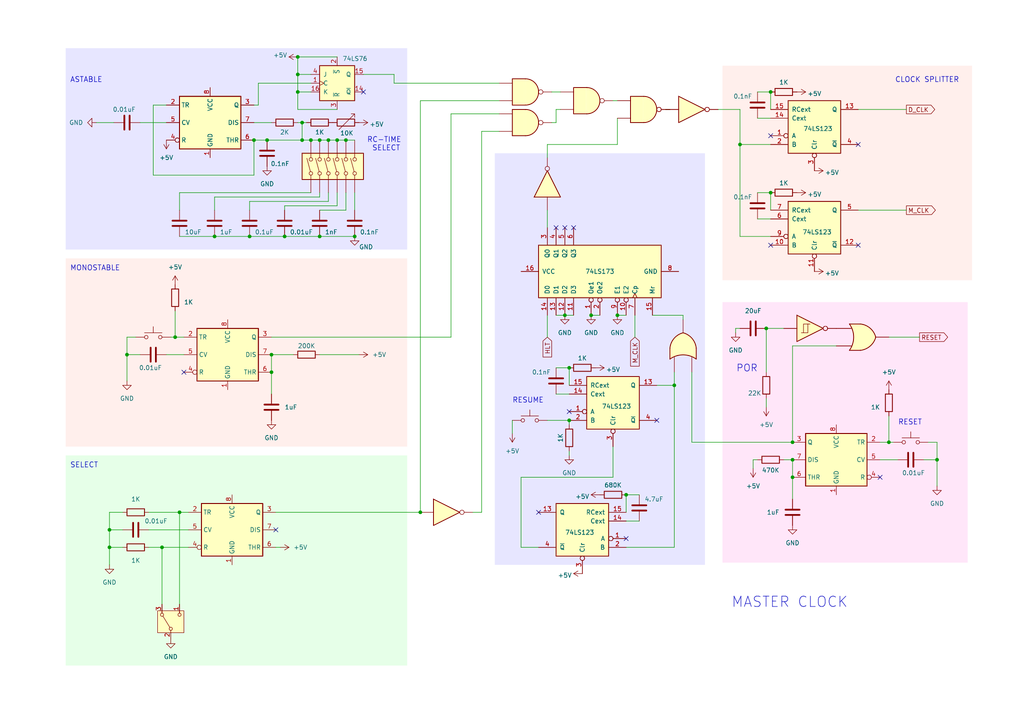
<source format=kicad_sch>
(kicad_sch (version 20231120) (generator "eeschema") (generator_version "8.0")
  (paper "A4")
  (title_block (date "2025") (rev "1") (company "J. Heit"))
  (junction (at 86.36 26.67))
  (junction (at 50.8 97.79))
  (junction (at 100.33 40.64))
  (junction (at 82.55 68.58))
  (junction (at 90.17 40.64))
  (junction (at 181.61 143.51))
  (junction (at 87.63 35.56))
  (junction (at 87.63 40.64))
  (junction (at 165.1 106.68))
  (junction (at 72.39 68.58))
  (junction (at 195.58 111.76))
  (junction (at 214.63 41.91))
  (junction (at 223.52 55.88))
  (junction (at 78.74 107.95))
  (junction (at 171.45 91.44))
  (junction (at 86.36 21.59))
  (junction (at 179.07 91.44))
  (junction (at 92.71 68.58))
  (junction (at 78.74 102.87))
  (junction (at 97.79 40.64))
  (junction (at 77.47 40.64))
  (junction (at 229.87 138.43))
  (junction (at 86.36 16.51))
  (junction (at 229.87 128.27))
  (junction (at 73.66 40.64))
  (junction (at 229.87 133.35))
  (junction (at 46.99 158.75))
  (junction (at 36.83 102.87))
  (junction (at 52.07 148.59))
  (junction (at 163.83 91.44))
  (junction (at 271.78 133.35))
  (junction (at 257.81 128.27))
  (junction (at 62.23 68.58))
  (junction (at 121.92 148.59))
  (junction (at 31.75 153.67))
  (junction (at 92.71 40.64))
  (junction (at 165.1 121.92))
  (junction (at 222.25 95.25))
  (junction (at 102.87 68.58))
  (junction (at 31.75 158.75))
  (junction (at 223.52 26.67))
  (junction (at 95.25 40.64))
  (no_connect (at 255.27 138.43))
  (no_connect (at 165.1 119.38))
  (no_connect (at 105.41 26.67))
  (no_connect (at 156.21 148.59))
  (no_connect (at 223.52 39.37))
  (no_connect (at 248.92 41.91))
  (no_connect (at 190.5 121.92))
  (no_connect (at 163.83 66.04))
  (no_connect (at 166.37 66.04))
  (no_connect (at 161.29 66.04))
  (no_connect (at 223.52 71.12))
  (no_connect (at 53.34 107.95))
  (no_connect (at 248.92 71.12))
  (no_connect (at 80.01 153.67))
  (no_connect (at 181.61 156.21))
  (wire (pts (xy 200.66 128.27) (xy 229.87 128.27)))
  (wire (pts (xy 52.07 148.59) (xy 54.61 148.59)))
  (wire (pts (xy 86.36 26.67) (xy 86.36 21.59)))
  (wire (pts (xy 104.14 102.87) (xy 92.71 102.87)))
  (wire (pts (xy 97.79 59.69) (xy 82.55 59.69)))
  (wire (pts (xy 165.1 121.92) (xy 165.1 123.19)))
  (wire (pts (xy 198.12 91.44) (xy 189.23 91.44)))
  (wire (pts (xy 78.74 102.87) (xy 78.74 107.95)))
  (wire (pts (xy 52.07 55.88) (xy 52.07 60.96)))
  (wire (pts (xy 121.92 29.21) (xy 121.92 148.59)))
  (wire (pts (xy 35.56 148.59) (xy 31.75 148.59)))
  (wire (pts (xy 74.93 24.13) (xy 90.17 24.13)))
  (wire (pts (xy 257.81 97.79) (xy 266.7 97.79)))
  (wire (pts (xy 95.25 58.42) (xy 72.39 58.42)))
  (wire (pts (xy 219.71 34.29) (xy 223.52 34.29)))
  (wire (pts (xy 62.23 68.58) (xy 72.39 68.58)))
  (wire (pts (xy 185.42 143.51) (xy 181.61 143.51)))
  (wire (pts (xy 271.78 128.27) (xy 271.78 133.35)))
  (wire (pts (xy 72.39 58.42) (xy 72.39 60.96)))
  (wire (pts (xy 50.8 90.17) (xy 50.8 97.79)))
  (wire (pts (xy 213.36 95.25) (xy 213.36 96.52)))
  (wire (pts (xy 194.31 31.75) (xy 193.04 31.75)))
  (wire (pts (xy 165.1 132.08) (xy 165.1 130.81)))
  (wire (pts (xy 86.36 21.59) (xy 90.17 21.59)))
  (wire (pts (xy 50.8 97.79) (xy 53.34 97.79)))
  (wire (pts (xy 90.17 55.88) (xy 52.07 55.88)))
  (wire (pts (xy 31.75 158.75) (xy 31.75 163.83)))
  (wire (pts (xy 184.15 91.44) (xy 184.15 97.79)))
  (wire (pts (xy 229.87 138.43) (xy 229.87 144.78)))
  (wire (pts (xy 218.44 135.89) (xy 218.44 133.35)))
  (wire (pts (xy 114.3 24.13) (xy 144.78 24.13)))
  (wire (pts (xy 214.63 31.75) (xy 214.63 41.91)))
  (wire (pts (xy 31.75 158.75) (xy 35.56 158.75)))
  (wire (pts (xy 156.21 158.75) (xy 151.13 158.75)))
  (wire (pts (xy 161.29 91.44) (xy 163.83 91.44)))
  (wire (pts (xy 208.28 31.75) (xy 214.63 31.75)))
  (wire (pts (xy 62.23 57.15) (xy 62.23 60.96)))
  (wire (pts (xy 86.36 26.67) (xy 90.17 26.67)))
  (wire (pts (xy 148.59 121.92) (xy 148.59 125.73)))
  (wire (pts (xy 48.26 30.48) (xy 44.45 30.48)))
  (wire (pts (xy 86.36 21.59) (xy 86.36 16.51)))
  (wire (pts (xy 82.55 68.58) (xy 92.71 68.58)))
  (wire (pts (xy 92.71 55.88) (xy 92.71 57.15)))
  (wire (pts (xy 92.71 68.58) (xy 102.87 68.58)))
  (wire (pts (xy 163.83 91.44) (xy 166.37 91.44)))
  (wire (pts (xy 97.79 55.88) (xy 97.79 59.69)))
  (wire (pts (xy 90.17 40.64) (xy 92.71 40.64)))
  (wire (pts (xy 190.5 111.76) (xy 195.58 111.76)))
  (wire (pts (xy 78.74 102.87) (xy 85.09 102.87)))
  (wire (pts (xy 214.63 95.25) (xy 213.36 95.25)))
  (wire (pts (xy 257.81 128.27) (xy 259.08 128.27)))
  (wire (pts (xy 74.93 30.48) (xy 74.93 24.13)))
  (wire (pts (xy 50.8 97.79) (xy 49.53 97.79)))
  (wire (pts (xy 43.18 148.59) (xy 52.07 148.59)))
  (wire (pts (xy 158.75 60.96) (xy 158.75 66.04)))
  (wire (pts (xy 31.75 153.67) (xy 31.75 158.75)))
  (wire (pts (xy 195.58 158.75) (xy 181.61 158.75)))
  (wire (pts (xy 181.61 143.51) (xy 181.61 148.59)))
  (wire (pts (xy 87.63 40.64) (xy 90.17 40.64)))
  (wire (pts (xy 73.66 35.56) (xy 78.74 35.56)))
  (wire (pts (xy 44.45 30.48) (xy 44.45 50.8)))
  (wire (pts (xy 248.92 31.75) (xy 262.89 31.75)))
  (wire (pts (xy 158.75 91.44) (xy 158.75 97.79)))
  (wire (pts (xy 43.18 158.75) (xy 46.99 158.75)))
  (wire (pts (xy 222.25 95.25) (xy 222.25 107.95)))
  (wire (pts (xy 248.92 60.96) (xy 262.89 60.96)))
  (wire (pts (xy 198.12 92.71) (xy 198.12 91.44)))
  (wire (pts (xy 82.55 59.69) (xy 82.55 60.96)))
  (wire (pts (xy 260.35 133.35) (xy 255.27 133.35)))
  (wire (pts (xy 257.81 128.27) (xy 255.27 128.27)))
  (wire (pts (xy 229.87 133.35) (xy 229.87 138.43)))
  (wire (pts (xy 97.79 31.75) (xy 86.36 31.75)))
  (wire (pts (xy 105.41 21.59) (xy 114.3 21.59)))
  (wire (pts (xy 86.36 16.51) (xy 97.79 16.51)))
  (wire (pts (xy 171.45 91.44) (xy 173.99 91.44)))
  (wire (pts (xy 100.33 40.64) (xy 102.87 40.64)))
  (wire (pts (xy 78.74 107.95) (xy 78.74 114.3)))
  (wire (pts (xy 73.66 30.48) (xy 74.93 30.48)))
  (wire (pts (xy 219.71 63.5) (xy 223.52 63.5)))
  (wire (pts (xy 222.25 115.57) (xy 222.25 118.11)))
  (wire (pts (xy 81.28 158.75) (xy 80.01 158.75)))
  (wire (pts (xy 271.78 128.27) (xy 269.24 128.27)))
  (wire (pts (xy 27.94 35.56) (xy 33.02 35.56)))
  (wire (pts (xy 160.02 26.67) (xy 162.56 26.67)))
  (wire (pts (xy 223.52 55.88) (xy 223.52 60.96)))
  (wire (pts (xy 43.18 153.67) (xy 54.61 153.67)))
  (wire (pts (xy 130.81 33.02) (xy 144.78 33.02)))
  (wire (pts (xy 229.87 133.35) (xy 227.33 133.35)))
  (wire (pts (xy 139.7 38.1) (xy 144.78 38.1)))
  (wire (pts (xy 151.13 158.75) (xy 151.13 138.43)))
  (wire (pts (xy 271.78 133.35) (xy 271.78 140.97)))
  (wire (pts (xy 95.25 55.88) (xy 95.25 58.42)))
  (wire (pts (xy 100.33 60.96) (xy 92.71 60.96)))
  (wire (pts (xy 114.3 21.59) (xy 114.3 24.13)))
  (wire (pts (xy 214.63 41.91) (xy 214.63 68.58)))
  (wire (pts (xy 86.36 31.75) (xy 86.36 26.67)))
  (wire (pts (xy 73.66 40.64) (xy 73.66 50.8)))
  (wire (pts (xy 158.75 45.72) (xy 158.75 41.91)))
  (wire (pts (xy 130.81 97.79) (xy 130.81 33.02)))
  (wire (pts (xy 72.39 68.58) (xy 82.55 68.58)))
  (wire (pts (xy 31.75 153.67) (xy 35.56 153.67)))
  (wire (pts (xy 165.1 106.68) (xy 165.1 111.76)))
  (wire (pts (xy 177.8 29.21) (xy 179.07 29.21)))
  (wire (pts (xy 177.8 138.43) (xy 177.8 129.54)))
  (wire (pts (xy 223.52 26.67) (xy 223.52 31.75)))
  (wire (pts (xy 195.58 107.95) (xy 195.58 111.76)))
  (wire (pts (xy 77.47 40.64) (xy 87.63 40.64)))
  (wire (pts (xy 102.87 55.88) (xy 102.87 60.96)))
  (wire (pts (xy 195.58 111.76) (xy 195.58 158.75)))
  (wire (pts (xy 87.63 35.56) (xy 88.9 35.56)))
  (wire (pts (xy 36.83 102.87) (xy 40.64 102.87)))
  (wire (pts (xy 271.78 133.35) (xy 267.97 133.35)))
  (wire (pts (xy 219.71 26.67) (xy 223.52 26.67)))
  (wire (pts (xy 36.83 97.79) (xy 39.37 97.79)))
  (wire (pts (xy 257.81 120.65) (xy 257.81 128.27)))
  (wire (pts (xy 161.29 106.68) (xy 165.1 106.68)))
  (wire (pts (xy 46.99 175.26) (xy 46.99 158.75)))
  (wire (pts (xy 214.63 41.91) (xy 223.52 41.91)))
  (wire (pts (xy 44.45 50.8) (xy 73.66 50.8)))
  (wire (pts (xy 36.83 97.79) (xy 36.83 102.87)))
  (wire (pts (xy 158.75 121.92) (xy 165.1 121.92)))
  (wire (pts (xy 139.7 148.59) (xy 139.7 38.1)))
  (wire (pts (xy 229.87 128.27) (xy 229.87 100.33)))
  (wire (pts (xy 92.71 57.15) (xy 62.23 57.15)))
  (wire (pts (xy 160.02 35.56) (xy 161.29 35.56)))
  (wire (pts (xy 161.29 114.3) (xy 165.1 114.3)))
  (wire (pts (xy 121.92 29.21) (xy 144.78 29.21)))
  (wire (pts (xy 161.29 31.75) (xy 161.29 35.56)))
  (wire (pts (xy 95.25 40.64) (xy 97.79 40.64)))
  (wire (pts (xy 179.07 41.91) (xy 179.07 34.29)))
  (wire (pts (xy 73.66 40.64) (xy 77.47 40.64)))
  (wire (pts (xy 31.75 148.59) (xy 31.75 153.67)))
  (wire (pts (xy 100.33 55.88) (xy 100.33 60.96)))
  (wire (pts (xy 229.87 100.33) (xy 242.57 100.33)))
  (wire (pts (xy 218.44 133.35) (xy 219.71 133.35)))
  (wire (pts (xy 185.42 151.13) (xy 181.61 151.13)))
  (wire (pts (xy 222.25 95.25) (xy 227.33 95.25)))
  (wire (pts (xy 158.75 41.91) (xy 179.07 41.91)))
  (wire (pts (xy 78.74 97.79) (xy 130.81 97.79)))
  (wire (pts (xy 179.07 91.44) (xy 181.61 91.44)))
  (wire (pts (xy 219.71 55.88) (xy 223.52 55.88)))
  (wire (pts (xy 92.71 40.64) (xy 95.25 40.64)))
  (wire (pts (xy 86.36 35.56) (xy 87.63 35.56)))
  (wire (pts (xy 139.7 148.59) (xy 137.16 148.59)))
  (wire (pts (xy 161.29 31.75) (xy 162.56 31.75)))
  (wire (pts (xy 200.66 107.95) (xy 200.66 128.27)))
  (wire (pts (xy 151.13 138.43) (xy 177.8 138.43)))
  (wire (pts (xy 48.26 102.87) (xy 53.34 102.87)))
  (wire (pts (xy 52.07 148.59) (xy 52.07 175.26)))
  (wire (pts (xy 87.63 40.64) (xy 87.63 35.56)))
  (wire (pts (xy 97.79 40.64) (xy 100.33 40.64)))
  (wire (pts (xy 36.83 102.87) (xy 36.83 110.49)))
  (wire (pts (xy 80.01 148.59) (xy 121.92 148.59)))
  (wire (pts (xy 214.63 68.58) (xy 223.52 68.58)))
  (wire (pts (xy 40.64 35.56) (xy 48.26 35.56)))
  (wire (pts (xy 46.99 158.75) (xy 54.61 158.75)))
  (wire (pts (xy 52.07 68.58) (xy 62.23 68.58)))
  (rectangle (start 19.05 13.97) (end 118.11 72.39) (stroke (width -0.0001)) (fill (type color) (color 10 0 255 0.1)))
  (rectangle (start 143.51 44.45) (end 204.47 163.83) (stroke (width -0.0001)) (fill (type color) (color 10 0 255 0.1)))
  (rectangle (start 19.05 74.93) (end 118.11 129.54) (stroke (width -0.0001)) (fill (type color) (color 255 97 63 0.1)))
  (rectangle (start 209.55 87.63) (end 280.67 163.195) (stroke (width -0.0001)) (fill (type color) (color 255 0 191 0.1)))
  (rectangle (start 19.05 132.08) (end 118.11 193.04) (stroke (width -0.0001)) (fill (type color) (color 5 255 28 0.1)))
  (rectangle (start 209.55 19.05) (end 281.94 81.28) (stroke (width -0.0001)) (fill (type color) (color 255 97 63 0.1)))
  (text "RC-TIME \nSELECT" (at 112.014 43.942 0) (effects (font (size 1.5 1.5)) (justify bottom)))
  (text "ASTABLE" (at 20.32 24.13 0) (effects (font (size 1.5 1.5)) (justify left bottom)))
  (text "MASTER CLOCK" (at 212.09 176.53 0) (effects (font (size 3 3)) (justify left bottom)))
  (text "MONOSTABLE" (at 20.32 78.74 0) (effects (font (size 1.5 1.5)) (justify left bottom)))
  (text "POR" (at 216.662 106.934 0) (effects (font (size 2 2))))
  (text "CLOCK SPLITTER" (at 259.588 24.13 0) (effects (font (size 1.5 1.5)) (justify left bottom)))
  (text "RESUME" (at 157.734 117.094 0) (effects (font (size 1.5 1.5)) (justify right bottom)))
  (text "RESET" (at 267.462 123.444 0) (effects (font (size 1.5 1.5)) (justify right bottom)))
  (text "SELECT" (at 20.32 135.89 0) (effects (font (size 1.5 1.5)) (justify left bottom)))
  (global_label "M_CLK" (shape output) (at 262.89 60.96 0) (property "Intersheetrefs" "${INTERSHEET_REFS}" (effects (hide yes))))
  (global_label "HLT" (shape input) (at 158.75 97.79 270) (property "Intersheetrefs" "${INTERSHEET_REFS}" (effects (hide yes))))
  (global_label "D_CLK" (shape output) (at 262.89 31.75 0) (property "Intersheetrefs" "${INTERSHEET_REFS}" (effects (hide yes))))
  (global_label "M_CLK" (shape input) (at 184.15 97.79 270) (property "Intersheetrefs" "${INTERSHEET_REFS}" (effects (hide yes))))
  (global_label "RESET" (shape output) (at 266.7 97.79 0) (property "Intersheetrefs" "${INTERSHEET_REFS}" (effects (hide yes))))
  (symbol (lib_id "Switch:SW_Nidec_CAS-120A1") (at 49.53 180.34 90) (unit 1)
    (property "Reference" "SW2" (effects (hide yes)))
    (property "Value" "SW_Nidec_CAS-120A1" (effects (hide yes)))
    (property "Footprint" "Button_Switch_SMD:Nidec_Copal_CAS-120A" (effects (hide yes)))
    (property "Datasheet" "https://www.nidec-components.com/e/catalog/switch/cas.pdf" (effects (hide yes)))
  )
  (symbol (lib_id "power:GND") (at 49.53 185.42 0) (unit 1)
    (property "Reference" "#PWR06" (effects (hide yes)))
    (property "Value" "GND" (at 49.53 190.5 0))
  )
  (symbol (lib_id "power:+5V") (at 50.8 82.55 0) (unit 1)
    (property "Reference" "#PWR05" (effects (hide yes)))
    (property "Value" "+5V" (at 50.8 77.47 0))
  )
  (symbol (lib_id "power:+5V") (at 86.36 16.51 90) (unit 1)
    (property "Reference" "#PWR028" (effects (hide yes)))
    (property "Value" "+5V" (at 83.312 16.002 90) (effects (justify left)))
  )
  (symbol (lib_id "74xx:74LS173") (at 173.99 78.74 90) (unit 1)
    (property "Reference" "U11" (effects (hide yes)))
    (property "Value" "74LS173" (at 173.99 78.74 90))
    (property "Datasheet" "http://www.ti.com/lit/gpn/sn74LS173" (effects (hide yes)))
  )
  (symbol (lib_id "Device:C") (at 219.71 30.48 180) (unit 1)
    (property "Reference" "C14" (effects (hide yes)))
    (property "Value" "0.1nF" (at 218.186 27.94 0) (effects (justify left)))
    (property "Description" "Unpolarized capacitor" (effects (hide yes)))
  )
  (symbol (lib_id "power:+5V") (at 81.28 158.75 270) (unit 1)
    (property "Reference" "#PWR011" (effects (hide yes)))
    (property "Value" "+5V" (at 85.09 158.75 90) (effects (justify left)))
  )
  (symbol (lib_id "Device:R") (at 177.8 143.51 90) (mirror x) (unit 1)
    (property "Reference" "R9" (effects (hide yes)))
    (property "Value" "680K" (at 177.8 140.716 90))
    (property "Description" "Resistor" (effects (hide yes)))
  )
  (symbol (lib_id "power:GND") (at 171.45 91.44 0) (unit 1)
    (property "Reference" "#PWR013" (effects (hide yes)))
    (property "Value" "GND" (at 171.45 96.52 0))
  )
  (symbol (lib_id "power:+5V") (at 257.81 113.03 0) (mirror y) (unit 1)
    (property "Reference" "#PWR018" (effects (hide yes)))
    (property "Value" "+5V" (at 257.81 107.95 0))
  )
  (symbol (lib_id "power:+5V") (at 231.14 26.67 270) (unit 1)
    (property "Reference" "#PWR023" (effects (hide yes)))
    (property "Value" "+5V" (at 234.188 27.178 90) (effects (justify left)))
  )
  (symbol (lib_id "power:GND") (at 229.87 152.4 0) (mirror y) (unit 1)
    (property "Reference" "#PWR019" (effects (hide yes)))
    (property "Value" "GND" (at 229.87 157.48 0))
  )
  (symbol (lib_id "Device:C") (at 77.47 44.45 0) (unit 1)
    (property "Reference" "C1" (effects (hide yes)))
    (property "Value" "0.1nF" (at 78.486 47.498 0) (effects (justify left)))
    (property "Description" "Unpolarized capacitor" (effects (hide yes)))
  )
  (symbol (lib_id "Device:R") (at 168.91 106.68 270) (unit 1)
    (property "Reference" "R8" (effects (hide yes)))
    (property "Value" "1K" (at 168.91 103.886 90))
    (property "Description" "Resistor" (effects (hide yes)))
  )
  (symbol (lib_id "power:+5V") (at 104.14 102.87 270) (unit 1)
    (property "Reference" "#PWR07" (effects (hide yes)))
    (property "Value" "+5V" (at 107.95 102.87 90) (effects (justify left)))
  )
  (symbol (lib_id "Device:C") (at 44.45 102.87 90) (unit 1)
    (property "Reference" "C4" (effects (hide yes)))
    (property "Value" "0.01uF" (at 46.99 106.68 90) (effects (justify left)))
  )
  (symbol (lib_id "Timer:LM555xM") (at 66.04 102.87 0) (unit 1)
    (property "Reference" "U2" (effects (hide yes)))
    (property "Value" "LM555xM" (effects (hide yes)))
    (property "Footprint" "Package_SO:SOIC-8_3.9x4.9mm_P1.27mm" (effects (hide yes)))
    (property "Datasheet" "http://www.ti.com/lit/ds/symlink/lm555.pdf" (effects (hide yes)))
  )
  (symbol (lib_id "74xx:74LS76") (at 97.79 24.13 0) (unit 1)
    (property "Reference" "U17" (effects (hide yes)))
    (property "Value" "74LS76" (at 99.314 17.018 0) (effects (justify left)))
    (property "Datasheet" "http://www.ti.com/lit/gpn/sn74LS76" (effects (hide yes)))
    (property "Description" "Dual JK Flip-flop, Set & Reset" (effects (hide yes)))
  )
  (symbol (lib_id "Switch:SW_DIP_x06") (at 97.79 48.26 90) (unit 1)
    (property "Reference" "SW3" (effects (hide yes)))
    (property "Value" "SW_DIP_x06" (effects (hide yes)))
    (property "Description" "6x DIP Switch, Single Pole Single Throw (SPST) switch, small symbol" (effects (hide yes)))
  )
  (symbol (lib_id "power:GND") (at 271.78 140.97 0) (mirror y) (unit 1)
    (property "Reference" "#PWR017" (effects (hide yes)))
    (property "Value" "GND" (at 271.78 146.05 0))
  )
  (symbol (lib_id "Device:R_Variable") (at 100.33 35.56 270) (mirror x) (unit 1)
    (property "Reference" "R5" (effects (hide yes)))
    (property "Value" "10K" (at 100.584 38.608 90))
    (property "Description" "Variable resistor" (effects (hide yes)))
  )
  (symbol (lib_id "Device:R") (at 39.37 158.75 90) (unit 1)
    (property "Reference" "R2" (effects (hide yes)))
    (property "Value" "1K" (at 39.37 162.56 90))
  )
  (symbol (lib_id "power:+5V") (at 218.44 135.89 0) (mirror x) (unit 1)
    (property "Reference" "#PWR020" (effects (hide yes)))
    (property "Value" "+5V" (at 218.44 140.97 0))
  )
  (symbol (lib_id "Device:R") (at 92.71 35.56 90) (unit 1)
    (property "Reference" "R3" (effects (hide yes)))
    (property "Value" "1K" (at 92.71 38.354 90))
    (property "Description" "Resistor" (effects (hide yes)))
  )
  (symbol (lib_id "Device:C") (at 62.23 64.77 0) (unit 1)
    (property "Reference" "C8" (effects (hide yes)))
    (property "Value" "1uF" (at 63.754 67.31 0) (effects (justify left)))
    (property "Description" "Unpolarized capacitor" (effects (hide yes)))
  )
  (symbol (lib_id "Device:C") (at 92.71 64.77 0) (unit 1)
    (property "Reference" "C11" (effects (hide yes)))
    (property "Value" "1nF" (at 94.234 67.31 0) (effects (justify left)))
    (property "Description" "Unpolarized capacitor" (effects (hide yes)))
  )
  (symbol (lib_id "Device:C") (at 219.71 59.69 180) (unit 1)
    (property "Reference" "C15" (effects (hide yes)))
    (property "Value" "0.1nF" (at 218.186 57.15 0) (effects (justify left)))
    (property "Description" "Unpolarized capacitor" (effects (hide yes)))
  )
  (symbol (lib_id "Device:C") (at 82.55 64.77 0) (unit 1)
    (property "Reference" "C10" (effects (hide yes)))
    (property "Value" "0.01uF" (at 84.074 67.31 0) (effects (justify left)))
    (property "Description" "Unpolarized capacitor" (effects (hide yes)))
  )
  (symbol (lib_name "74LS00_3") (lib_id "74xx:74LS00") (at 152.4 35.56 0) (unit 1)
    (property "Reference" "U5" (effects (hide yes)))
    (property "Value" "74LS00" (effects (hide yes)))
    (property "Datasheet" "http://www.ti.com/lit/gpn/sn74ls00" (effects (hide yes)))
  )
  (symbol (lib_id "power:+5V") (at 231.14 55.88 270) (unit 1)
    (property "Reference" "#PWR022" (effects (hide yes)))
    (property "Value" "+5V" (at 234.188 56.388 90) (effects (justify left)))
  )
  (symbol (lib_id "power:GND") (at 27.94 35.56 270) (unit 1)
    (property "Reference" "#PWR03" (effects (hide yes)))
    (property "Value" "GND" (at 24.13 35.56 90) (effects (justify right)))
  )
  (symbol (lib_id "Device:R") (at 82.55 35.56 90) (unit 1)
    (property "Reference" "R4" (effects (hide yes)))
    (property "Value" "2K" (at 82.55 38.354 90))
    (property "Description" "Resistor" (effects (hide yes)))
  )
  (symbol (lib_id "power:GND") (at 179.07 91.44 0) (unit 1)
    (property "Reference" "#PWR014" (effects (hide yes)))
    (property "Value" "GND" (at 179.07 96.52 0))
  )
  (symbol (lib_id "Device:C") (at 102.87 64.77 0) (unit 1)
    (property "Reference" "C12" (effects (hide yes)))
    (property "Value" "0.1nF" (at 104.394 67.31 0) (effects (justify left)))
    (property "Description" "Unpolarized capacitor" (effects (hide yes)))
  )
  (symbol (lib_name "R_1") (lib_id "Device:R") (at 222.25 111.76 0) (unit 1)
    (property "Reference" "R10" (effects (hide yes)))
    (property "Value" "22K" (at 216.916 114.046 0) (effects (justify left)))
    (property "Description" "Resistor" (effects (hide yes)))
  )
  (symbol (lib_id "74xx:74LS123") (at 236.22 36.83 0) (unit 1)
    (property "Reference" "U10" (effects (hide yes)))
    (property "Value" "74LS123" (at 237.236 37.338 0))
    (property "Datasheet" "http://www.ti.com/lit/gpn/sn74LS123" (effects (hide yes)))
    (property "Description" "Dual retriggerable Monostable" (effects (hide yes)))
  )
  (symbol (lib_id "power:GND") (at 36.83 110.49 0) (unit 1)
    (property "Reference" "#PWR09" (effects (hide yes)))
    (property "Value" "GND" (at 36.83 115.57 0))
  )
  (symbol (lib_id "Device:R") (at 257.81 116.84 0) (mirror x) (unit 1)
    (property "Reference" "RA3" (effects (hide yes)))
    (property "Value" "1K" (at 255.27 118.11 0) (effects (justify right)))
  )
  (symbol (lib_id "power:GND") (at 213.36 96.52 0) (mirror y) (unit 1)
    (property "Reference" "#PWR31" (effects (hide yes)))
    (property "Value" "GND" (at 213.36 101.6 0))
  )
  (symbol (lib_id "Device:C") (at 36.83 35.56 90) (unit 1)
    (property "Reference" "C2" (effects (hide yes)))
    (property "Value" "0.01uF" (at 39.37 31.75 90) (effects (justify left)))
  )
  (symbol (lib_id "Device:C") (at 161.29 110.49 180) (unit 1)
    (property "Reference" "C16" (effects (hide yes)))
    (property "Value" "0.1nF" (at 159.766 107.95 0) (effects (justify left)))
    (property "Description" "Unpolarized capacitor" (effects (hide yes)))
  )
  (symbol (lib_id "74xx:74LS04") (at 158.75 53.34 90) (unit 1)
    (property "Reference" "U9" (effects (hide yes)))
    (property "Value" "74LS04" (effects (hide yes)))
    (property "Datasheet" "http://www.ti.com/lit/gpn/sn74LS04" (effects (hide yes)))
    (property "Description" "Hex Inverter" (effects (hide yes)))
  )
  (symbol (lib_id "power:+5V") (at 173.99 143.51 90) (mirror x) (unit 1)
    (property "Reference" "#PWR029" (effects (hide yes)))
    (property "Value" "+5V" (at 170.942 144.018 90) (effects (justify left)))
  )
  (symbol (lib_name "74LS00_2") (lib_id "74xx:74LS00") (at 170.18 29.21 0) (unit 1)
    (property "Reference" "U7" (effects (hide yes)))
    (property "Value" "74LS00" (effects (hide yes)))
    (property "Datasheet" "http://www.ti.com/lit/gpn/sn74ls00" (effects (hide yes)))
  )
  (symbol (lib_id "power:GND") (at 31.75 163.83 0) (unit 1)
    (property "Reference" "#PWR010" (effects (hide yes)))
    (property "Value" "GND" (at 31.75 168.91 0))
  )
  (symbol (lib_id "Device:R") (at 227.33 26.67 270) (unit 1)
    (property "Reference" "R6" (effects (hide yes)))
    (property "Value" "1K" (at 227.33 23.876 90))
    (property "Description" "Resistor" (effects (hide yes)))
  )
  (symbol (lib_id "74xx:74LS32") (at 198.12 100.33 90) (unit 1)
    (property "Reference" "U12" (effects (hide yes)))
    (property "Value" "74LS32" (effects (hide yes)))
    (property "Datasheet" "http://www.ti.com/lit/gpn/sn74LS32" (effects (hide yes)))
  )
  (symbol (lib_id "Device:R") (at 223.52 133.35 270) (mirror x) (unit 1)
    (property "Reference" "RA4" (effects (hide yes)))
    (property "Value" "470K" (at 223.52 136.398 90))
  )
  (symbol (lib_id "Device:R") (at 165.1 127 180) (unit 1)
    (property "Reference" "RA5" (effects (hide yes)))
    (property "Value" "1K" (at 162.56 127 90))
  )
  (symbol (lib_id "power:+5V") (at 148.59 125.73 180) (unit 1)
    (property "Reference" "#PWR026" (effects (hide yes)))
    (property "Value" "+5V" (at 148.59 130.81 0))
  )
  (symbol (lib_id "74xx:74LS14") (at 234.95 95.25 0) (unit 1)
    (property "Reference" "U19" (effects (hide yes)))
    (property "Value" "74LS14" (effects (hide yes)))
    (property "Datasheet" "http://www.ti.com/lit/gpn/sn74LS14" (effects (hide yes)))
    (property "Description" "Hex inverter schmitt trigger" (effects (hide yes)))
  )
  (symbol (lib_id "Timer:LM555xM") (at 60.96 35.56 0) (unit 1)
    (property "Reference" "U1" (effects (hide yes)))
    (property "Value" "LM555xM" (effects (hide yes)))
    (property "Footprint" "Package_SO:SOIC-8_3.9x4.9mm_P1.27mm" (effects (hide yes)))
    (property "Datasheet" "http://www.ti.com/lit/ds/symlink/lm555.pdf" (effects (hide yes)))
  )
  (symbol (lib_id "Device:R") (at 39.37 148.59 90) (unit 1)
    (property "Reference" "R1" (effects (hide yes)))
    (property "Value" "1K" (at 39.37 144.78 90))
  )
  (symbol (lib_id "power:+5V") (at 104.14 35.56 270) (unit 1)
    (property "Reference" "#PWR01" (effects (hide yes)))
    (property "Value" "+5V" (at 107.188 36.068 90) (effects (justify left)))
  )
  (symbol (lib_id "power:+5V") (at 172.72 106.68 270) (unit 1)
    (property "Reference" "#PWR024" (effects (hide yes)))
    (property "Value" "+5V" (at 175.768 107.188 90) (effects (justify left)))
  )
  (symbol (lib_name "74LS32_1") (lib_id "74xx:74LS32") (at 250.19 97.79 0) (unit 1)
    (property "Reference" "U18" (effects (hide yes)))
    (property "Value" "74LS32" (effects (hide yes)))
    (property "Datasheet" "http://www.ti.com/lit/gpn/sn74LS32" (effects (hide yes)))
    (property "Description" "Quad 2-input OR" (effects (hide yes)))
  )
  (symbol (lib_id "power:GND") (at 102.87 68.58 0) (unit 1)
    (property "Reference" "#PWR015" (effects (hide yes)))
    (property "Value" "GND" (at 106.172 71.628 0))
  )
  (symbol (lib_id "Timer:LM555xM") (at 67.31 153.67 0) (unit 1)
    (property "Reference" "U3" (effects (hide yes)))
    (property "Value" "LM555xM" (effects (hide yes)))
    (property "Footprint" "Package_SO:SOIC-8_3.9x4.9mm_P1.27mm" (effects (hide yes)))
    (property "Datasheet" "http://www.ti.com/lit/ds/symlink/lm555.pdf" (effects (hide yes)))
  )
  (symbol (lib_id "74xx:74LS123") (at 168.91 153.67 0) (mirror y) (unit 1)
    (property "Reference" "U16" (effects (hide yes)))
    (property "Value" "74LS123" (at 168.148 154.432 0))
    (property "Datasheet" "http://www.ti.com/lit/gpn/sn74LS123" (effects (hide yes)))
    (property "Description" "Dual retriggerable Monostable" (effects (hide yes)))
  )
  (symbol (lib_id "power:+5V") (at 236.22 49.53 270) (unit 1)
    (property "Reference" "#PWR021" (effects (hide yes)))
    (property "Value" "+5V" (at 239.268 50.038 90) (effects (justify left)))
  )
  (symbol (lib_id "Timer:LM555xM") (at 242.57 133.35 0) (mirror y) (unit 1)
    (property "Reference" "U13" (effects (hide yes)))
    (property "Value" "LM555xM" (effects (hide yes)))
    (property "Footprint" "Package_SO:SOIC-8_3.9x4.9mm_P1.27mm" (effects (hide yes)))
    (property "Datasheet" "http://www.ti.com/lit/ds/symlink/lm555.pdf" (effects (hide yes)))
  )
  (symbol (lib_name "C_1") (lib_id "Device:C") (at 218.44 95.25 90) (unit 1)
    (property "Reference" "C18" (effects (hide yes)))
    (property "Value" "20uF" (at 218.44 90.17 90))
    (property "Description" "Unpolarized capacitor" (effects (hide yes)))
  )
  (symbol (lib_name "74LS00_1") (lib_id "74xx:74LS00") (at 152.4 26.67 0) (unit 1)
    (property "Reference" "U6" (effects (hide yes)))
    (property "Value" "74LS00" (effects (hide yes)))
    (property "Datasheet" "http://www.ti.com/lit/gpn/sn74ls00" (effects (hide yes)))
  )
  (symbol (lib_id "Device:C") (at 185.42 147.32 0) (mirror x) (unit 1)
    (property "Reference" "C17" (effects (hide yes)))
    (property "Value" "4.7uF" (at 186.944 144.78 0) (effects (justify left)))
    (property "Description" "Unpolarized capacitor" (effects (hide yes)))
  )
  (symbol (lib_id "Switch:SW_MEC_5G") (at 153.67 121.92 0) (mirror y) (unit 1)
    (property "Reference" "SW5" (effects (hide yes)))
    (property "Value" "SW_MEC_5G" (effects (hide yes)))
    (property "Datasheet" "http://www.apem.com/int/index.php?controller=attachment&id_attachment=488" (effects (hide yes)))
  )
  (symbol (lib_id "Device:C") (at 39.37 153.67 270) (unit 1)
    (property "Reference" "C5" (effects (hide yes)))
    (property "Value" "0.01uF" (at 41.91 151.13 90) (effects (justify left)))
  )
  (symbol (lib_id "power:GND") (at 165.1 132.08 0) (unit 1)
    (property "Reference" "#PWR025" (effects (hide yes)))
    (property "Value" "GND" (at 165.1 137.16 0))
  )
  (symbol (lib_id "Switch:SW_MEC_5G") (at 44.45 97.79 0) (unit 1)
    (property "Reference" "SW1" (effects (hide yes)))
    (property "Value" "SW_MEC_5G" (effects (hide yes)))
    (property "Datasheet" "http://www.apem.com/int/index.php?controller=attachment&id_attachment=488" (effects (hide yes)))
  )
  (symbol (lib_id "power:+5V") (at 48.26 40.64 180) (unit 1)
    (property "Reference" "#PWR04" (effects (hide yes)))
    (property "Value" "+5V" (at 48.26 45.72 0))
  )
  (symbol (lib_id "74xx:74LS04") (at 129.54 148.59 0) (unit 1)
    (property "Reference" "U14" (effects (hide yes)))
    (property "Value" "74LS04" (effects (hide yes)))
    (property "Datasheet" "http://www.ti.com/lit/gpn/sn74LS04" (effects (hide yes)))
    (property "Description" "Hex Inverter" (effects (hide yes)))
  )
  (symbol (lib_id "74xx:74LS04") (at 200.66 31.75 0) (unit 1)
    (property "Reference" "U4" (effects (hide yes)))
    (property "Value" "74LS04" (effects (hide yes)))
    (property "Datasheet" "http://www.ti.com/lit/gpn/sn74LS04" (effects (hide yes)))
    (property "Description" "Hex Inverter" (effects (hide yes)))
  )
  (symbol (lib_id "power:GND") (at 77.47 48.26 0) (unit 1)
    (property "Reference" "#PWR02" (effects (hide yes)))
    (property "Value" "GND" (at 77.47 53.34 0))
  )
  (symbol (lib_id "74xx:74LS00") (at 186.69 31.75 0) (unit 1)
    (property "Reference" "U8" (effects (hide yes)))
    (property "Value" "74LS00" (effects (hide yes)))
    (property "Datasheet" "http://www.ti.com/lit/gpn/sn74ls00" (effects (hide yes)))
  )
  (symbol (lib_id "74xx:74LS123") (at 236.22 66.04 0) (unit 2)
    (property "Reference" "U10" (effects (hide yes)))
    (property "Value" "74LS123" (at 236.982 67.31 0))
    (property "Datasheet" "http://www.ti.com/lit/gpn/sn74LS123" (effects (hide yes)))
    (property "Description" "Dual retriggerable Monostable" (effects (hide yes)))
  )
  (symbol (lib_id "Device:C") (at 72.39 64.77 0) (unit 1)
    (property "Reference" "C9" (effects (hide yes)))
    (property "Value" "0.1uF" (at 73.914 67.31 0) (effects (justify left)))
    (property "Description" "Unpolarized capacitor" (effects (hide yes)))
  )
  (symbol (lib_id "Device:C") (at 52.07 64.77 0) (unit 1)
    (property "Reference" "C13" (effects (hide yes)))
    (property "Value" "10uF" (at 53.594 67.31 0) (effects (justify left)))
    (property "Description" "Unpolarized capacitor" (effects (hide yes)))
  )
  (symbol (lib_id "74xx:74LS123") (at 177.8 116.84 0) (unit 1)
    (property "Reference" "U15" (effects (hide yes)))
    (property "Value" "74LS123" (at 178.816 117.856 0))
    (property "Datasheet" "http://www.ti.com/lit/gpn/sn74LS123" (effects (hide yes)))
    (property "Description" "Dual retriggerable Monostable" (effects (hide yes)))
  )
  (symbol (lib_id "power:+5V") (at 168.91 166.37 90) (mirror x) (unit 1)
    (property "Reference" "#PWR027" (effects (hide yes)))
    (property "Value" "+5V" (at 165.862 166.878 90) (effects (justify left)))
  )
  (symbol (lib_id "Device:R") (at 227.33 55.88 270) (unit 1)
    (property "Reference" "R7" (effects (hide yes)))
    (property "Value" "1K" (at 227.33 53.086 90))
    (property "Description" "Resistor" (effects (hide yes)))
  )
  (symbol (lib_id "power:GND") (at 78.74 121.92 0) (unit 1)
    (property "Reference" "#PWR08" (effects (hide yes)))
    (property "Value" "GND" (at 78.74 127 0))
  )
  (symbol (lib_id "Switch:SW_MEC_5G") (at 264.16 128.27 0) (mirror y) (unit 1)
    (property "Reference" "SW4" (effects (hide yes)))
    (property "Value" "SW_MEC_5G" (effects (hide yes)))
    (property "Datasheet" "http://www.apem.com/int/index.php?controller=attachment&id_attachment=488" (effects (hide yes)))
  )
  (symbol (lib_id "Device:R") (at 88.9 102.87 90) (unit 1)
    (property "Reference" "RA2" (effects (hide yes)))
    (property "Value" "200K" (at 88.9 100.33 90))
  )
  (symbol (lib_id "Device:C") (at 78.74 118.11 0) (unit 1)
    (property "Reference" "C3" (effects (hide yes)))
    (property "Value" "1uF" (at 82.55 118.11 0) (effects (justify left)))
  )
  (symbol (lib_id "power:+5V") (at 236.22 78.74 270) (unit 1)
    (property "Reference" "#PWR016" (effects (hide yes)))
    (property "Value" "+5V" (at 239.268 79.248 90) (effects (justify left)))
  )
  (symbol (lib_id "power:GND") (at 163.83 91.44 0) (unit 1)
    (property "Reference" "#PWR012" (effects (hide yes)))
    (property "Value" "GND" (at 163.83 96.52 0))
  )
  (symbol (lib_id "Device:R") (at 50.8 86.36 180) (unit 1)
    (property "Reference" "RA1" (effects (hide yes)))
    (property "Value" "1K" (at 53.34 87.63 0) (effects (justify right)))
  )
  (symbol (lib_id "Device:C") (at 264.16 133.35 270) (mirror x) (unit 1)
    (property "Reference" "C6" (effects (hide yes)))
    (property "Value" "0.01uF" (at 261.62 137.16 90) (effects (justify left)))
  )
  (symbol (lib_id "Device:C") (at 229.87 148.59 0) (mirror y) (unit 1)
    (property "Reference" "C7" (effects (hide yes)))
    (property "Value" "1uF" (at 226.06 148.59 0) (effects (justify left)))
  )
  (symbol (lib_name "+5V_1") (lib_id "power:+5V") (at 222.25 118.11 180) (unit 1)
    (property "Reference" "#PWR30" (effects (hide yes)))
    (property "Value" "+5V" (at 222.25 123.19 0))
    (property "Description" "Power symbol creates a global label with name \"+5V\"" (effects (hide yes)))
  )
)
</source>
